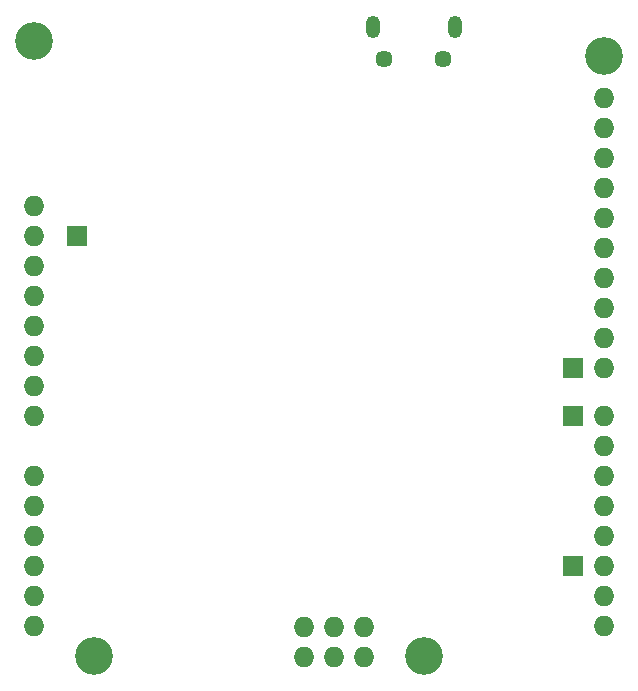
<source format=gbr>
G04 #@! TF.FileFunction,Soldermask,Bot*
%FSLAX46Y46*%
G04 Gerber Fmt 4.6, Leading zero omitted, Abs format (unit mm)*
G04 Created by KiCad (PCBNEW 4.0.4-stable) date 07/06/18 23:02:20*
%MOMM*%
%LPD*%
G01*
G04 APERTURE LIST*
%ADD10C,0.100000*%
%ADD11C,1.450000*%
%ADD12O,1.200000X1.900000*%
%ADD13O,1.727200X1.727200*%
%ADD14C,3.200000*%
%ADD15R,1.700000X1.700000*%
G04 APERTURE END LIST*
D10*
D11*
X143020000Y-103150000D03*
X138020000Y-103150000D03*
D12*
X144020000Y-100450000D03*
X137020000Y-100450000D03*
D13*
X131220000Y-151237000D03*
X131220000Y-153777000D03*
X133760000Y-153777000D03*
X133760000Y-151237000D03*
X136300000Y-153777000D03*
X108360000Y-138410000D03*
X108360000Y-133330000D03*
X108360000Y-130790000D03*
X108360000Y-128250000D03*
X108360000Y-125710000D03*
X108360000Y-123170000D03*
X108360000Y-120630000D03*
X108360000Y-118090000D03*
X156620000Y-151110000D03*
X156620000Y-148570000D03*
X156620000Y-146030000D03*
X156620000Y-143490000D03*
X156620000Y-140950000D03*
X156620000Y-138410000D03*
X156620000Y-135870000D03*
X156620000Y-133330000D03*
X156620000Y-114026000D03*
X156620000Y-129266000D03*
X156620000Y-126726000D03*
X156620000Y-124186000D03*
D14*
X113440000Y-153650000D03*
X141380000Y-153650000D03*
X156620000Y-102850000D03*
X108360000Y-101580000D03*
D13*
X156620000Y-106406000D03*
X156620000Y-108946000D03*
X156620000Y-111486000D03*
X156620000Y-116566000D03*
X156620000Y-119106000D03*
X156620000Y-121646000D03*
X108360000Y-115550000D03*
X108360000Y-140950000D03*
X108360000Y-143490000D03*
X108360000Y-146030000D03*
X108360000Y-148570000D03*
X108360000Y-151110000D03*
X136300000Y-151237000D03*
D15*
X154000000Y-146050000D03*
X154000000Y-133330000D03*
X154000000Y-129260000D03*
X112000000Y-118090000D03*
M02*

</source>
